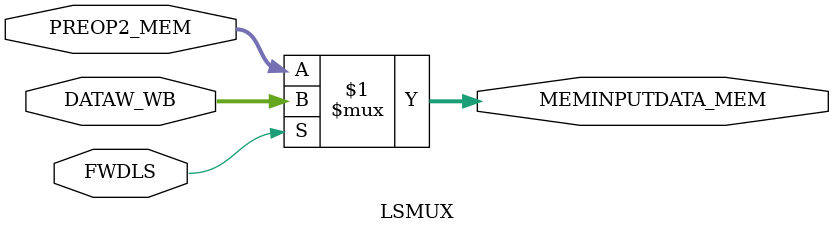
<source format=sv>
`timescale 1ns / 1ps


module LSMUX(
    output logic [31:0] MEMINPUTDATA_MEM,
    input logic [31:0] DATAW_WB, PREOP2_MEM,
    input logic FWDLS
    );
    assign MEMINPUTDATA_MEM = FWDLS ? DATAW_WB : PREOP2_MEM;
endmodule

</source>
